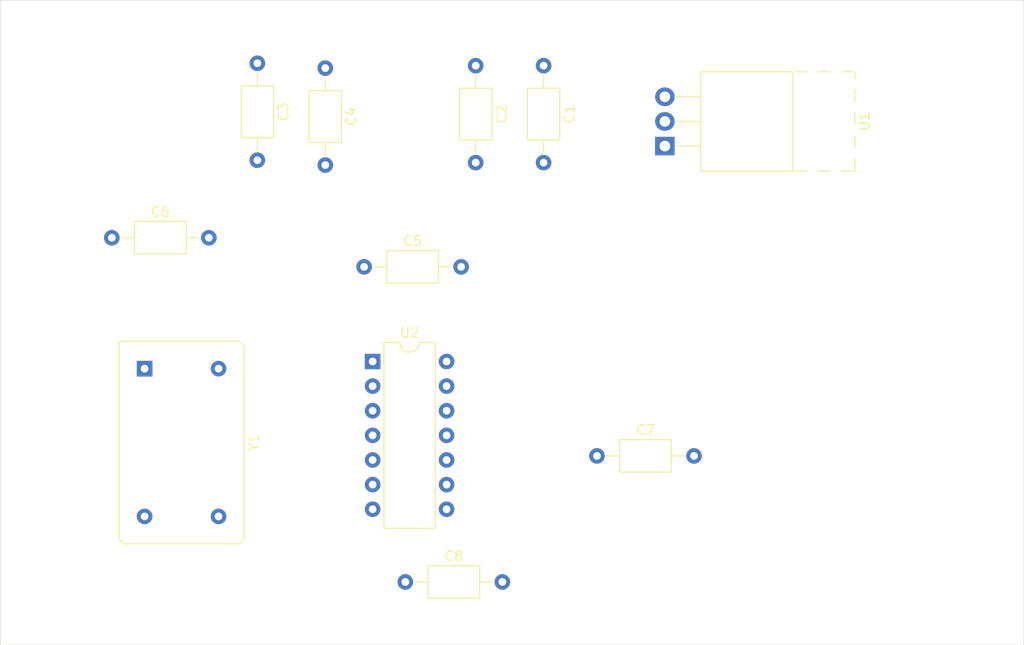
<source format=kicad_pcb>
(kicad_pcb (version 20240108) (generator "pcbnew") (generator_version "8.0")
  (layers (0 "F.Cu" signal) (31 "B.Cu" signal) (34 "B.Paste" user) (35 "F.Paste" user) (36 "B.SilkS" user "B.Silkscreen") (37 "F.SilkS" user "F.Silkscreen") (38 "B.Mask" user) (39 "F.Mask" user) (44 "Edge.Cuts" user))
  (net 0 "")
  (net 1 "GND")
  (net 2 "Net-(U1-VI)")
  (net 3 "Net-(D1-K)")
  (net 4 "Net-(D2-K)")
  (net 5 "Net-(C8-Pad1)")
  (net 6 "Net-(J1-Pin_6)")
  (net 7 "Net-(Y1-OUT)")
  (net 8 "Net-(Y1-Vcontrol)")
  (net 9 "Net-(U2-Pad1)")
  (net 10 "Net-(U2-Pad3)")
  (net 11 "Net-(U2-Pad10)")
  (footprint "Capacitor_THT:C_Axial_L5.1mm_D3.1mm_P10.00mm_Horizontal" (layer "F.Cu") (at 155.5 112)
    (property "Reference" "C7" (at 5 -2.67 0) (layer "F.SilkS"))
    (property "Value" "100n")
    (fp_line (start 1.04 0) (end 2.33 0) (stroke (width 0.12)) (layer "F.SilkS"))
    (fp_line (start 2.33 -1.67) (end 2.33 1.67) (stroke (width 0.12)) (layer "F.SilkS"))
    (fp_line (start 2.33 1.67) (end 7.67 1.67) (stroke (width 0.12)) (layer "F.SilkS"))
    (fp_line (start 7.67 -1.67) (end 2.33 -1.67) (stroke (width 0.12)) (layer "F.SilkS"))
    (fp_line (start 7.67 1.67) (end 7.67 -1.67) (stroke (width 0.12)) (layer "F.SilkS"))
    (fp_line (start 8.96 0) (end 7.67 0) (stroke (width 0.12)) (layer "F.SilkS"))
    (pad "1" thru_hole circle (at 0 0) (size 1.6 1.6) (drill 0.8) (layers "*.Cu" "*.Mask") (net 4 "Net-(D2-K)"))
    (pad "2" thru_hole oval (at 10 0) (size 1.6 1.6) (drill 0.8) (layers "*.Cu" "*.Mask") (net 1 "GND"))
  )
  (footprint "Capacitor_THT:C_Axial_L5.1mm_D3.1mm_P10.00mm_Horizontal" (layer "F.Cu") (at 143 71.75 -90)
    (property "Reference" "C2" (at 5 -2.67 -90) (layer "F.SilkS"))
    (property "Value" "100n")
    (fp_line (start 2.33 1.67) (end 7.67 1.67) (stroke (width 0.12)) (layer "F.SilkS"))
    (fp_line (start 7.67 1.67) (end 7.67 -1.67) (stroke (width 0.12)) (layer "F.SilkS"))
    (fp_line (start 1.04 0) (end 2.33 0) (stroke (width 0.12)) (layer "F.SilkS"))
    (fp_line (start 8.96 0) (end 7.67 0) (stroke (width 0.12)) (layer "F.SilkS"))
    (fp_line (start 2.33 -1.67) (end 2.33 1.67) (stroke (width 0.12)) (layer "F.SilkS"))
    (fp_line (start 7.67 -1.67) (end 2.33 -1.67) (stroke (width 0.12)) (layer "F.SilkS"))
    (pad "1" thru_hole circle (at 0 0 270) (size 1.6 1.6) (drill 0.8) (layers "*.Cu" "*.Mask") (net 2 "Net-(U1-VI)"))
    (pad "2" thru_hole oval (at 10 0 270) (size 1.6 1.6) (drill 0.8) (layers "*.Cu" "*.Mask") (net 1 "GND"))
  )
  (footprint "Capacitor_THT:C_Axial_L5.1mm_D3.1mm_P10.00mm_Horizontal" (layer "F.Cu") (at 135.75 125)
    (property "Reference" "C8" (at 5 -2.67 0) (layer "F.SilkS"))
    (property "Value" "10n")
    (fp_line (start 1.04 0) (end 2.33 0) (stroke (width 0.12)) (layer "F.SilkS"))
    (fp_line (start 2.33 -1.67) (end 2.33 1.67) (stroke (width 0.12)) (layer "F.SilkS"))
    (fp_line (start 2.33 1.67) (end 7.67 1.67) (stroke (width 0.12)) (layer "F.SilkS"))
    (fp_line (start 7.67 -1.67) (end 2.33 -1.67) (stroke (width 0.12)) (layer "F.SilkS"))
    (fp_line (start 7.67 1.67) (end 7.67 -1.67) (stroke (width 0.12)) (layer "F.SilkS"))
    (fp_line (start 8.96 0) (end 7.67 0) (stroke (width 0.12)) (layer "F.SilkS"))
    (pad "1" thru_hole circle (at 0 0) (size 1.6 1.6) (drill 0.8) (layers "*.Cu" "*.Mask") (net 5 "Net-(C8-Pad1)"))
    (pad "2" thru_hole oval (at 10 0) (size 1.6 1.6) (drill 0.8) (layers "*.Cu" "*.Mask") (net 6 "Net-(J1-Pin_6)"))
  )
  (footprint "Capacitor_THT:C_Axial_L5.1mm_D3.1mm_P10.00mm_Horizontal" (layer "F.Cu") (at 150 71.75 -90)
    (property "Reference" "C1" (at 5 -2.67 -90) (layer "F.SilkS"))
    (property "Value" "4u7")
    (fp_line (start 2.33 1.67) (end 7.67 1.67) (stroke (width 0.12)) (layer "F.SilkS"))
    (fp_line (start 7.67 1.67) (end 7.67 -1.67) (stroke (width 0.12)) (layer "F.SilkS"))
    (fp_line (start 1.04 0) (end 2.33 0) (stroke (width 0.12)) (layer "F.SilkS"))
    (fp_line (start 8.96 0) (end 7.67 0) (stroke (width 0.12)) (layer "F.SilkS"))
    (fp_line (start 2.33 -1.67) (end 2.33 1.67) (stroke (width 0.12)) (layer "F.SilkS"))
    (fp_line (start 7.67 -1.67) (end 2.33 -1.67) (stroke (width 0.12)) (layer "F.SilkS"))
    (pad "1" thru_hole circle (at 0 0 270) (size 1.6 1.6) (drill 0.8) (layers "*.Cu" "*.Mask") (net 2 "Net-(U1-VI)"))
    (pad "2" thru_hole oval (at 10 0 270) (size 1.6 1.6) (drill 0.8) (layers "*.Cu" "*.Mask") (net 1 "GND"))
  )
  (footprint "Package_DIP:CERDIP-14_W7.62mm_SideBrazed" (layer "F.Cu") (at 132.38 102.26)
    (property "Reference" "U2" (at 3.81 -2.965 0) (layer "F.SilkS"))
    (property "Value" "74LS00")
    (fp_line (start 1.16 -1.965) (end 1.16 17.205) (stroke (width 0.12)) (layer "F.SilkS"))
    (fp_line (start 1.16 17.205) (end 6.46 17.205) (stroke (width 0.12)) (layer "F.SilkS"))
    (fp_line (start 2.81 -1.965) (end 1.16 -1.965) (stroke (width 0.12)) (layer "F.SilkS"))
    (fp_line (start 6.46 -1.965) (end 4.81 -1.965) (stroke (width 0.12)) (layer "F.SilkS"))
    (fp_line (start 6.46 17.205) (end 6.46 -1.965) (stroke (width 0.12)) (layer "F.SilkS"))
    (fp_arc (start 4.81 -1.965) (mid 3.81 -0.965) (end 2.81 -1.965) (stroke (width 0.12)) (layer "F.SilkS"))
    (pad "1" thru_hole rect (at 0 0) (size 1.6 1.6) (drill 0.8) (layers "*.Cu" "*.Mask") (net 9 "Net-(U2-Pad1)"))
    (pad "2" thru_hole circle (at 0 2.54) (size 1.6 1.6) (drill 0.8) (layers "*.Cu" "*.Mask") (net 7 "Net-(Y1-OUT)"))
    (pad "3" thru_hole circle (at 0 5.08) (size 1.6 1.6) (drill 0.8) (layers "*.Cu" "*.Mask") (net 10 "Net-(U2-Pad3)"))
    (pad "4" thru_hole circle (at 0 7.62) (size 1.6 1.6) (drill 0.8) (layers "*.Cu" "*.Mask") (net 10 "Net-(U2-Pad3)"))
    (pad "5" thru_hole circle (at 0 10.16) (size 1.6 1.6) (drill 0.8) (layers "*.Cu" "*.Mask") (net 10 "Net-(U2-Pad3)"))
    (pad "6" thru_hole circle (at 0 12.7) (size 1.6 1.6) (drill 0.8) (layers "*.Cu" "*.Mask") (net 5 "Net-(C8-Pad1)"))
    (pad "7" thru_hole circle (at 0 15.24) (size 1.6 1.6) (drill 0.8) (layers "*.Cu" "*.Mask") (net 1 "GND"))
    (pad "8" thru_hole circle (at 7.62 15.24) (size 1.6 1.6) (drill 0.8) (layers "*.Cu" "*.Mask") (net 9 "Net-(U2-Pad1)"))
    (pad "9" thru_hole circle (at 7.62 12.7) (size 1.6 1.6) (drill 0.8) (layers "*.Cu" "*.Mask") (net 11 "Net-(U2-Pad10)"))
    (pad "10" thru_hole circle (at 7.62 10.16) (size 1.6 1.6) (drill 0.8) (layers "*.Cu" "*.Mask") (net 11 "Net-(U2-Pad10)"))
    (pad "11" thru_hole circle (at 7.62 7.62) (size 1.6 1.6) (drill 0.8) (layers "*.Cu" "*.Mask") (net 11 "Net-(U2-Pad10)"))
    (pad "12" thru_hole circle (at 7.62 5.08) (size 1.6 1.6) (drill 0.8) (layers "*.Cu" "*.Mask") (net 4 "Net-(D2-K)"))
    (pad "13" thru_hole circle (at 7.62 2.54) (size 1.6 1.6) (drill 0.8) (layers "*.Cu" "*.Mask") (net 4 "Net-(D2-K)"))
    (pad "14" thru_hole circle (at 7.62 0) (size 1.6 1.6) (drill 0.8) (layers "*.Cu" "*.Mask") (net 3 "Net-(D1-K)"))
  )
  (footprint "Capacitor_THT:C_Axial_L5.1mm_D3.1mm_P10.00mm_Horizontal" (layer "F.Cu") (at 105.5 89.5)
    (property "Reference" "C6" (at 5 -2.67 0) (layer "F.SilkS"))
    (property "Value" "100n")
    (fp_line (start 1.04 0) (end 2.33 0) (stroke (width 0.12)) (layer "F.SilkS"))
    (fp_line (start 2.33 -1.67) (end 2.33 1.67) (stroke (width 0.12)) (layer "F.SilkS"))
    (fp_line (start 2.33 1.67) (end 7.67 1.67) (stroke (width 0.12)) (layer "F.SilkS"))
    (fp_line (start 7.67 -1.67) (end 2.33 -1.67) (stroke (width 0.12)) (layer "F.SilkS"))
    (fp_line (start 7.67 1.67) (end 7.67 -1.67) (stroke (width 0.12)) (layer "F.SilkS"))
    (fp_line (start 8.96 0) (end 7.67 0) (stroke (width 0.12)) (layer "F.SilkS"))
    (pad "1" thru_hole circle (at 0 0) (size 1.6 1.6) (drill 0.8) (layers "*.Cu" "*.Mask") (net 8 "Net-(Y1-Vcontrol)"))
    (pad "2" thru_hole oval (at 10 0) (size 1.6 1.6) (drill 0.8) (layers "*.Cu" "*.Mask") (net 1 "GND"))
  )
  (footprint "Oscillator:Oscillator_DIP-14" (layer "F.Cu") (at 108.88 103 -90)
    (property "Reference" "Y1" (at 7.62 -11.26 90) (layer "F.SilkS"))
    (property "Value" "DIL-14 VCXO 10Mhz")
    (fp_line (start -2.83 2.64) (end 17.32 2.64) (stroke (width 0.12)) (layer "F.SilkS"))
    (fp_line (start 18.07 1.89) (end 18.07 -9.51) (stroke (width 0.12)) (layer "F.SilkS"))
    (fp_line (start -2.83 -9.51) (end -2.83 2.64) (stroke (width 0.12)) (layer "F.SilkS"))
    (fp_line (start 17.32 -10.26) (end -2.08 -10.26) (stroke (width 0.12)) (layer "F.SilkS"))
    (fp_arc (start 18.07 1.89) (mid 17.85033 2.42033) (end 17.32 2.64) (stroke (width 0.12)) (layer "F.SilkS"))
    (fp_arc (start -2.83 -9.51) (mid -2.61033 -10.04033) (end -2.08 -10.26) (stroke (width 0.12)) (layer "F.SilkS"))
    (fp_arc (start 17.32 -10.26) (mid 17.85033 -10.04033) (end 18.07 -9.51) (stroke (width 0.12)) (layer "F.SilkS"))
    (pad "1" thru_hole rect (at 0 0 270) (size 1.6 1.6) (drill 0.8) (layers "*.Cu" "*.Mask") (net 8 "Net-(Y1-Vcontrol)"))
    (pad "7" thru_hole circle (at 15.24 0 270) (size 1.6 1.6) (drill 0.8) (layers "*.Cu" "*.Mask") (net 1 "GND"))
    (pad "8" thru_hole circle (at 15.24 -7.62 270) (size 1.6 1.6) (drill 0.8) (layers "*.Cu" "*.Mask") (net 7 "Net-(Y1-OUT)"))
    (pad "14" thru_hole circle (at 0 -7.62 270) (size 1.6 1.6) (drill 0.8) (layers "*.Cu" "*.Mask") (net 3 "Net-(D1-K)"))
  )
  (footprint "Package_TO_SOT_THT:TO-220-3_Horizontal_TabUp" (layer "F.Cu") (at 162.5 80.04 90)
    (property "Reference" "U1" (at 2.54 20.58 90) (layer "F.SilkS"))
    (property "Value" "LM7805_TO220")
    (fp_line (start 5.08 1.15) (end 5.08 3.69) (stroke (width 0.12)) (layer "F.SilkS"))
    (fp_line (start 2.54 1.15) (end 2.54 3.69) (stroke (width 0.12)) (layer "F.SilkS"))
    (fp_line (start 0 1.15) (end 0 3.69) (stroke (width 0.12)) (layer "F.SilkS"))
    (fp_line (start 7.66 3.69) (end 7.66 13.18) (stroke (width 0.12)) (layer "F.SilkS"))
    (fp_line (start -2.58 3.69) (end 7.66 3.69) (stroke (width 0.12)) (layer "F.SilkS"))
    (fp_line (start -2.58 3.69) (end -2.58 13.18) (stroke (width 0.12)) (layer "F.SilkS"))
    (fp_line (start -2.58 13.18) (end 7.66 13.18) (stroke (width 0.12)) (layer "F.SilkS"))
    (fp_line (start 7.66 13.42) (end 7.66 14.62) (stroke (width 0.12)) (layer "F.SilkS"))
    (fp_line (start -2.58 13.42) (end -2.58 14.62) (stroke (width 0.12)) (layer "F.SilkS"))
    (fp_line (start 7.66 15.82) (end 7.66 17.02) (stroke (width 0.12)) (layer "F.SilkS"))
    (fp_line (start -2.58 15.82) (end -2.58 17.02) (stroke (width 0.12)) (layer "F.SilkS"))
    (fp_line (start 7.66 18.22) (end 7.66 19.42) (stroke (width 0.12)) (layer "F.SilkS"))
    (fp_line (start -2.58 18.22) (end -2.58 19.42) (stroke (width 0.12)) (layer "F.SilkS"))
    (fp_line (start 7.02 19.58) (end 7.66 19.58) (stroke (width 0.12)) (layer "F.SilkS"))
    (fp_line (start 4.62 19.58) (end 5.82 19.58) (stroke (width 0.12)) (layer "F.SilkS"))
    (fp_line (start 2.22 19.58) (end 3.42 19.58) (stroke (width 0.12)) (layer "F.SilkS"))
    (fp_line (start -0.181 19.58) (end 1.02 19.58) (stroke (width 0.12)) (layer "F.SilkS"))
    (fp_line (start -2.58 19.58) (end -1.38 19.58) (stroke (width 0.12)) (layer "F.SilkS"))
    (pad "" np_thru_hole oval (at 2.54 16.66 90) (size 3.5 3.5) (drill 3.5) (layers "*.Cu" "*.Mask"))
    (pad "1" thru_hole rect (at 0 0 90) (size 1.905 2) (drill 1.1) (layers "*.Cu" "*.Mask") (net 2 "Net-(U1-VI)"))
    (pad "2" thru_hole oval (at 2.54 0 90) (size 1.905 2) (drill 1.1) (layers "*.Cu" "*.Mask") (net 1 "GND"))
    (pad "3" thru_hole oval (at 5.08 0 90) (size 1.905 2) (drill 1.1) (layers "*.Cu" "*.Mask") (net 3 "Net-(D1-K)"))
  )
  (footprint "Capacitor_THT:C_Axial_L5.1mm_D3.1mm_P10.00mm_Horizontal" (layer "F.Cu") (at 120.5 71.5 -90)
    (property "Reference" "C3" (at 5 -2.67 -90) (layer "F.SilkS"))
    (property "Value" "4u7")
    (fp_line (start 2.33 1.67) (end 7.67 1.67) (stroke (width 0.12)) (layer "F.SilkS"))
    (fp_line (start 7.67 1.67) (end 7.67 -1.67) (stroke (width 0.12)) (layer "F.SilkS"))
    (fp_line (start 1.04 0) (end 2.33 0) (stroke (width 0.12)) (layer "F.SilkS"))
    (fp_line (start 8.96 0) (end 7.67 0) (stroke (width 0.12)) (layer "F.SilkS"))
    (fp_line (start 2.33 -1.67) (end 2.33 1.67) (stroke (width 0.12)) (layer "F.SilkS"))
    (fp_line (start 7.67 -1.67) (end 2.33 -1.67) (stroke (width 0.12)) (layer "F.SilkS"))
    (pad "1" thru_hole circle (at 0 0 270) (size 1.6 1.6) (drill 0.8) (layers "*.Cu" "*.Mask") (net 3 "Net-(D1-K)"))
    (pad "2" thru_hole oval (at 10 0 270) (size 1.6 1.6) (drill 0.8) (layers "*.Cu" "*.Mask") (net 1 "GND"))
  )
  (footprint "Capacitor_THT:C_Axial_L5.1mm_D3.1mm_P10.00mm_Horizontal" (layer "F.Cu") (at 127.5 72 -90)
    (property "Reference" "C4" (at 5 -2.67 -90) (layer "F.SilkS"))
    (property "Value" "100n")
    (fp_line (start 2.33 1.67) (end 7.67 1.67) (stroke (width 0.12)) (layer "F.SilkS"))
    (fp_line (start 7.67 1.67) (end 7.67 -1.67) (stroke (width 0.12)) (layer "F.SilkS"))
    (fp_line (start 1.04 0) (end 2.33 0) (stroke (width 0.12)) (layer "F.SilkS"))
    (fp_line (start 8.96 0) (end 7.67 0) (stroke (width 0.12)) (layer "F.SilkS"))
    (fp_line (start 2.33 -1.67) (end 2.33 1.67) (stroke (width 0.12)) (layer "F.SilkS"))
    (fp_line (start 7.67 -1.67) (end 2.33 -1.67) (stroke (width 0.12)) (layer "F.SilkS"))
    (pad "1" thru_hole circle (at 0 0 270) (size 1.6 1.6) (drill 0.8) (layers "*.Cu" "*.Mask") (net 3 "Net-(D1-K)"))
    (pad "2" thru_hole oval (at 10 0 270) (size 1.6 1.6) (drill 0.8) (layers "*.Cu" "*.Mask") (net 1 "GND"))
  )
  (footprint "Capacitor_THT:C_Axial_L5.1mm_D3.1mm_P10.00mm_Horizontal" (layer "F.Cu") (at 131.5 92.5)
    (property "Reference" "C5" (at 5 -2.67 0) (layer "F.SilkS"))
    (property "Value" "100n")
    (fp_line (start 1.04 0) (end 2.33 0) (stroke (width 0.12)) (layer "F.SilkS"))
    (fp_line (start 2.33 -1.67) (end 2.33 1.67) (stroke (width 0.12)) (layer "F.SilkS"))
    (fp_line (start 2.33 1.67) (end 7.67 1.67) (stroke (width 0.12)) (layer "F.SilkS"))
    (fp_line (start 7.67 -1.67) (end 2.33 -1.67) (stroke (width 0.12)) (layer "F.SilkS"))
    (fp_line (start 7.67 1.67) (end 7.67 -1.67) (stroke (width 0.12)) (layer "F.SilkS"))
    (fp_line (start 8.96 0) (end 7.67 0) (stroke (width 0.12)) (layer "F.SilkS"))
    (pad "1" thru_hole circle (at 0 0) (size 1.6 1.6) (drill 0.8) (layers "*.Cu" "*.Mask") (net 1 "GND"))
    (pad "2" thru_hole oval (at 10 0) (size 1.6 1.6) (drill 0.8) (layers "*.Cu" "*.Mask") (net 3 "Net-(D1-K)"))
  )
  (gr_rect (start 94 65) (end 199.5 131.5) (stroke (width 0.05)) (fill none) (layer "Edge.Cuts"))
)
</source>
